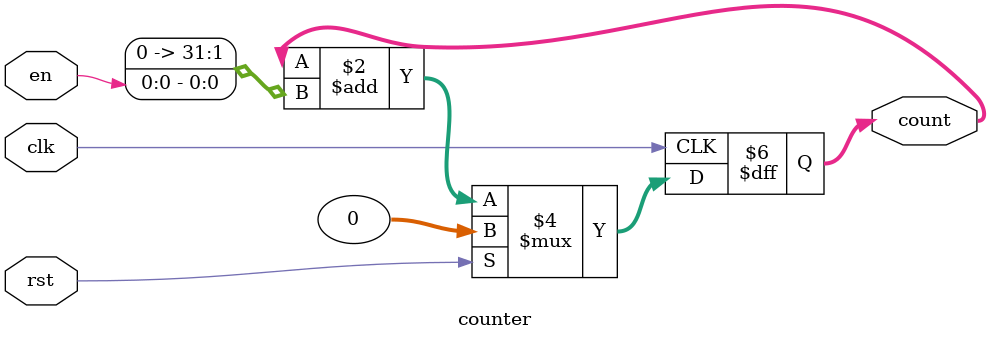
<source format=sv>
module counter #(
    parameter WIDTH = 32
)(
    //interface signals
    input logic clk,        // clk
    input logic rst,        // reset
    input logic en,         //counter enable
    output logic [WIDTH-1:0] count  //count output
);

always_ff @ (posedge clk)
    if (rst) count <= {WIDTH{1'b0}};
    else count <= count + {{WIDTH-1{1'b0}}, en};

endmodule

</source>
